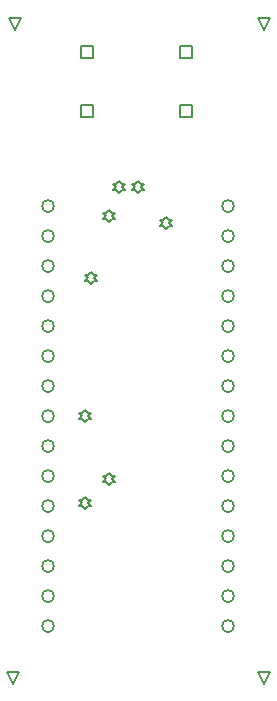
<source format=gbr>
G04*
G04 #@! TF.GenerationSoftware,Altium Limited,Altium Designer,23.1.1 (15)*
G04*
G04 Layer_Color=2752767*
%FSLAX25Y25*%
%MOIN*%
G70*
G04*
G04 #@! TF.SameCoordinates,7F6F0EF6-604E-4872-8498-859B9B4CD440*
G04*
G04*
G04 #@! TF.FilePolarity,Positive*
G04*
G01*
G75*
%ADD43C,0.00667*%
%ADD44C,0.00500*%
D43*
X147651Y166165D02*
G03*
X147651Y166165I-2000J0D01*
G01*
Y156165D02*
G03*
X147651Y156165I-2000J0D01*
G01*
Y146165D02*
G03*
X147651Y146165I-2000J0D01*
G01*
Y136165D02*
G03*
X147651Y136165I-2000J0D01*
G01*
Y126165D02*
G03*
X147651Y126165I-2000J0D01*
G01*
Y116165D02*
G03*
X147651Y116165I-2000J0D01*
G01*
Y106165D02*
G03*
X147651Y106165I-2000J0D01*
G01*
Y96165D02*
G03*
X147651Y96165I-2000J0D01*
G01*
Y86165D02*
G03*
X147651Y86165I-2000J0D01*
G01*
Y76165D02*
G03*
X147651Y76165I-2000J0D01*
G01*
Y66165D02*
G03*
X147651Y66165I-2000J0D01*
G01*
Y56165D02*
G03*
X147651Y56165I-2000J0D01*
G01*
Y46165D02*
G03*
X147651Y46165I-2000J0D01*
G01*
Y36165D02*
G03*
X147651Y36165I-2000J0D01*
G01*
Y26165D02*
G03*
X147651Y26165I-2000J0D01*
G01*
X207651D02*
G03*
X207651Y26165I-2000J0D01*
G01*
Y36165D02*
G03*
X207651Y36165I-2000J0D01*
G01*
Y46165D02*
G03*
X207651Y46165I-2000J0D01*
G01*
Y56165D02*
G03*
X207651Y56165I-2000J0D01*
G01*
Y66165D02*
G03*
X207651Y66165I-2000J0D01*
G01*
Y76165D02*
G03*
X207651Y76165I-2000J0D01*
G01*
Y86165D02*
G03*
X207651Y86165I-2000J0D01*
G01*
Y96165D02*
G03*
X207651Y96165I-2000J0D01*
G01*
Y106165D02*
G03*
X207651Y106165I-2000J0D01*
G01*
Y116165D02*
G03*
X207651Y116165I-2000J0D01*
G01*
Y126165D02*
G03*
X207651Y126165I-2000J0D01*
G01*
Y136165D02*
G03*
X207651Y136165I-2000J0D01*
G01*
Y146165D02*
G03*
X207651Y146165I-2000J0D01*
G01*
Y156165D02*
G03*
X207651Y156165I-2000J0D01*
G01*
Y166165D02*
G03*
X207651Y166165I-2000J0D01*
G01*
D44*
X156778Y195958D02*
Y199958D01*
X160778D01*
Y195958D01*
X156778D01*
Y215642D02*
Y219642D01*
X160778D01*
Y215642D01*
X156778D01*
X189672Y195958D02*
Y199958D01*
X193672D01*
Y195958D01*
X189672D01*
Y215642D02*
Y219642D01*
X193672D01*
Y215642D01*
X189672D01*
X134500Y225000D02*
X132500Y229000D01*
X136500D01*
X134500Y225000D01*
X217600D02*
X215600Y229000D01*
X219600D01*
X217600Y225000D01*
X134100Y7000D02*
X132100Y11000D01*
X136100D01*
X134100Y7000D01*
X217500D02*
X215500Y11000D01*
X219500D01*
X217500Y7000D01*
X166100Y73200D02*
X167100Y74200D01*
X168100D01*
X167100Y75200D01*
X168100Y76200D01*
X167100D01*
X166100Y77200D01*
X165100Y76200D01*
X164100D01*
X165100Y75200D01*
X164100Y74200D01*
X165100D01*
X166100Y73200D01*
X158009Y94165D02*
X159009Y95165D01*
X160009D01*
X159009Y96165D01*
X160009Y97165D01*
X159009D01*
X158009Y98165D01*
X157009Y97165D01*
X156009D01*
X157009Y96165D01*
X156009Y95165D01*
X157009D01*
X158009Y94165D01*
Y65107D02*
X159009Y66107D01*
X160009D01*
X159009Y67107D01*
X160009Y68107D01*
X159009D01*
X158009Y69107D01*
X157009Y68107D01*
X156009D01*
X157009Y67107D01*
X156009Y66107D01*
X157009D01*
X158009Y65107D01*
X160000Y140200D02*
X161000Y141200D01*
X162000D01*
X161000Y142200D01*
X162000Y143200D01*
X161000D01*
X160000Y144200D01*
X159000Y143200D01*
X158000D01*
X159000Y142200D01*
X158000Y141200D01*
X159000D01*
X160000Y140200D01*
X175651Y170600D02*
X176651Y171600D01*
X177651D01*
X176651Y172600D01*
X177651Y173600D01*
X176651D01*
X175651Y174600D01*
X174651Y173600D01*
X173651D01*
X174651Y172600D01*
X173651Y171600D01*
X174651D01*
X175651Y170600D01*
X169232Y170594D02*
X170232Y171594D01*
X171232D01*
X170232Y172594D01*
X171232Y173594D01*
X170232D01*
X169232Y174594D01*
X168232Y173594D01*
X167232D01*
X168232Y172594D01*
X167232Y171594D01*
X168232D01*
X169232Y170594D01*
X165923Y161008D02*
X166923Y162008D01*
X167923D01*
X166923Y163008D01*
X167923Y164008D01*
X166923D01*
X165923Y165008D01*
X164923Y164008D01*
X163923D01*
X164923Y163008D01*
X163923Y162008D01*
X164923D01*
X165923Y161008D01*
X184957Y158570D02*
X185957Y159570D01*
X186957D01*
X185957Y160570D01*
X186957Y161570D01*
X185957D01*
X184957Y162570D01*
X183957Y161570D01*
X182957D01*
X183957Y160570D01*
X182957Y159570D01*
X183957D01*
X184957Y158570D01*
M02*

</source>
